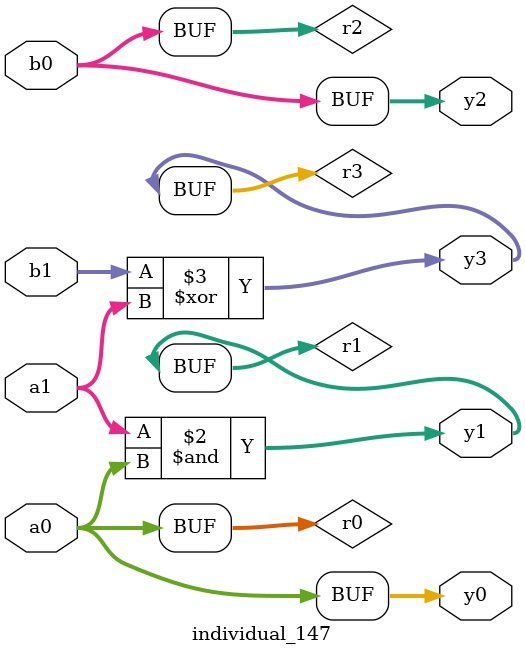
<source format=sv>
module individual_147(input logic [15:0] a1, input logic [15:0] a0, input logic [15:0] b1, input logic [15:0] b0, output logic [15:0] y3, output logic [15:0] y2, output logic [15:0] y1, output logic [15:0] y0);
logic [15:0] r0, r1, r2, r3; 
 always@(*) begin 
	 r0 = a0; r1 = a1; r2 = b0; r3 = b1; 
 	 r1  &=  r0 ;
 	 r3  ^=  a1 ;
 	 y3 = r3; y2 = r2; y1 = r1; y0 = r0; 
end
endmodule
</source>
